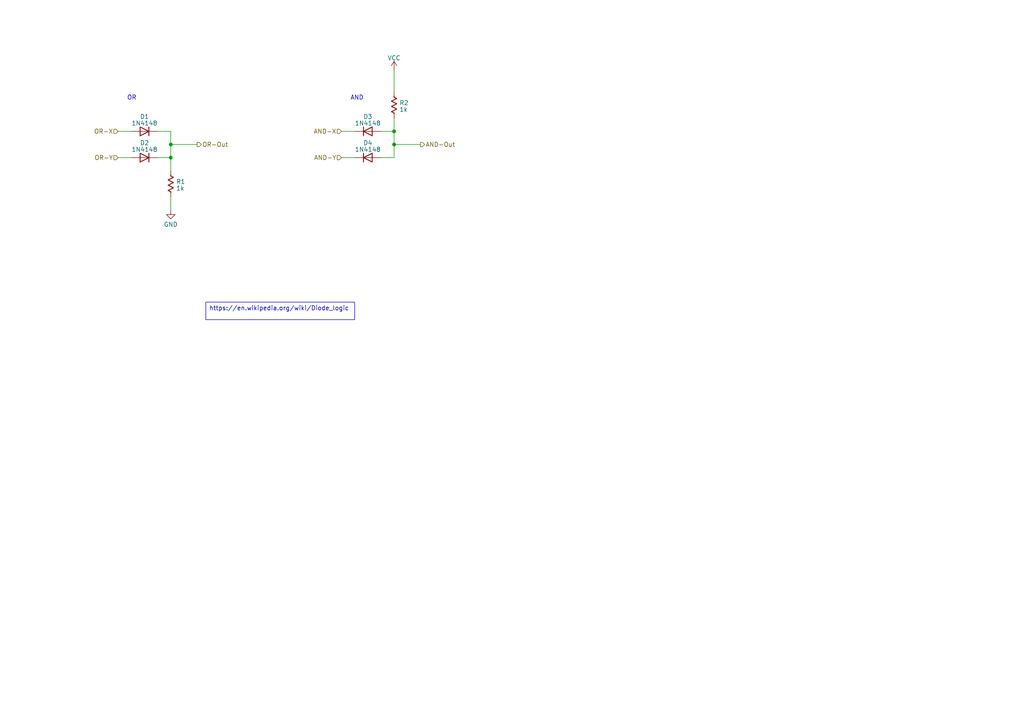
<source format=kicad_sch>
(kicad_sch (version 20230121) (generator eeschema)
  (paper "A4")
  (title_block (title "Diode Logic Gates") (date "2023-03-09") (rev "1") (company "Out-of-Band Development") (comment 1 "Matthew Whited") (comment 3 "https://en.wikipedia.org/wiki/Diode_logic"))
  (lib_symbols
    (symbol "Diode:1N4148" (pin_numbers hide) (pin_names hide)
      (property "Reference" "D" (at 0 2.54 0))
      (property "Value" "1N4148" (at 0 -2.54 0))
      (symbol "1N4148_0_1"
        (polyline (pts (xy -1.27 1.27) (xy -1.27 -1.27)) (stroke (width 0.254)))
        (polyline (pts (xy 1.27 0) (xy -1.27 0)))
        (polyline (pts (xy 1.27 1.27) (xy 1.27 -1.27) (xy -1.27 0) (xy 1.27 1.27)) (stroke (width 0.254)))
      )
      (symbol "1N4148_1_1"
        (pin passive line (at -3.81 0 0) (length 2.54) (name "K") (number "1"))
        (pin passive line (at 3.81 0 180) (length 2.54) (name "A") (number "2"))
      )
    )
    (symbol "PCM_Resistor_US_AKL:R_Box_L8.4mm_W2.5mm_P5.08mm" (pin_numbers hide) (pin_names (offset 0))
      (property "Reference" "R" (at 2.54 1.27 0))
      (property "Value" "R_Box_L8.4mm_W2.5mm_P5.08mm" (at 2.54 -1.27 0))
      (symbol "R_Box_L8.4mm_W2.5mm_P5.08mm_0_1"
        (polyline (pts (xy 0 -2.286) (xy 0 -2.54)) (stroke (width 0.254)))
        (polyline (pts (xy 0 2.286) (xy 0 2.54)) (stroke (width 0.254)))
        (polyline (pts (xy 0 2.286) (xy 0.762 1.905) (xy -0.762 1.143) (xy 0 0.762) (xy 0.762 0.381) (xy 0 0) (xy -0.762 -0.381) (xy 0 -0.762) (xy 0.762 -1.143) (xy 0 -1.524) (xy -0.762 -1.905) (xy 0 -2.286)) (stroke (width 0.254)))
      )
      (symbol "R_Box_L8.4mm_W2.5mm_P5.08mm_1_1"
        (pin passive line (at 0 3.81 270) (length 1.27) (name "~") (number "1"))
        (pin passive line (at 0 -3.81 90) (length 1.27) (name "~") (number "2"))
      )
    )
    (symbol "power:GND" (power) (pin_names (offset 0))
      (property "Value" "GND" (at 0 -3.81 0))
      (symbol "GND_0_1"
        (polyline (pts (xy 0 0) (xy 0 -1.27) (xy 1.27 -1.27) (xy 0 -2.54) (xy -1.27 -1.27) (xy 0 -1.27)))
      )
      (symbol "GND_1_1"
        (pin power_in line (at 0 0 270) (length 0) hide (name "GND") (number "1"))
      )
    )
    (symbol "power:VCC" (power) (pin_names (offset 0))
      (property "Value" "VCC" (at 0 3.81 0))
      (symbol "VCC_0_1"
        (polyline (pts (xy -0.762 1.27) (xy 0 2.54)))
        (polyline (pts (xy 0 0) (xy 0 2.54)))
        (polyline (pts (xy 0 2.54) (xy 0.762 1.27)))
      )
      (symbol "VCC_1_1"
        (pin power_in line (at 0 0 90) (length 0) hide (name "VCC") (number "1"))
      )
    )
  )
  (junction (at 49.53 45.72))
  (junction (at 114.3 38.1))
  (junction (at 49.53 41.91))
  (junction (at 114.3 41.91))
  (wire (pts (xy 49.53 45.72) (xy 49.53 41.91)))
  (wire (pts (xy 49.53 41.91) (xy 57.15 41.91)))
  (wire (pts (xy 110.49 45.72) (xy 114.3 45.72)))
  (wire (pts (xy 99.06 38.1) (xy 102.87 38.1)))
  (wire (pts (xy 34.29 45.72) (xy 38.1 45.72)))
  (wire (pts (xy 45.72 45.72) (xy 49.53 45.72)))
  (wire (pts (xy 114.3 20.32) (xy 114.3 26.67)))
  (wire (pts (xy 114.3 45.72) (xy 114.3 41.91)))
  (wire (pts (xy 114.3 41.91) (xy 121.92 41.91)))
  (wire (pts (xy 34.29 38.1) (xy 38.1 38.1)))
  (wire (pts (xy 49.53 57.15) (xy 49.53 60.96)))
  (wire (pts (xy 49.53 49.53) (xy 49.53 45.72)))
  (wire (pts (xy 49.53 38.1) (xy 45.72 38.1)))
  (wire (pts (xy 114.3 38.1) (xy 114.3 41.91)))
  (wire (pts (xy 114.3 34.29) (xy 114.3 38.1)))
  (wire (pts (xy 99.06 45.72) (xy 102.87 45.72)))
  (wire (pts (xy 49.53 41.91) (xy 49.53 38.1)))
  (wire (pts (xy 110.49 38.1) (xy 114.3 38.1)))
  (text_box "https://en.wikipedia.org/wiki/Diode_logic" (at 59.69 87.63 0) (size 43.18 5.08) (effects (font (size 1.27 1.27)) (justify left top)))
  (text "AND" (at 101.6 29.21 0) (effects (font (size 1.27 1.27)) (justify left bottom)))
  (text "OR" (at 36.83 29.21 0) (effects (font (size 1.27 1.27)) (justify left bottom)))
  (hierarchical_label "OR-X" (shape input) (at 34.29 38.1 180))
  (hierarchical_label "AND-Y" (shape input) (at 99.06 45.72 180))
  (hierarchical_label "AND-X" (shape input) (at 99.06 38.1 180))
  (hierarchical_label "OR-Y" (shape input) (at 34.29 45.72 180))
  (hierarchical_label "OR-Out" (shape output) (at 57.15 41.91 0))
  (hierarchical_label "AND-Out" (shape output) (at 121.92 41.91 0))
  (symbol (lib_id "Diode:1N4148") (at 106.68 38.1 0) (unit 1)
    (property "Reference" "D3" (at 106.68 33.8201 0))
    (property "Value" "1N4148" (at 106.68 35.7411 0))
    (property "Footprint" "Diode_THT:D_DO-35_SOD27_P7.62mm_Horizontal" (effects hide))
    (property "Datasheet" "https://assets.nexperia.com/documents/data-sheet/1N4148_1N4448.pdf" (effects hide))
    (property "Sim.Device" "D" (effects hide))
    (property "Sim.Pins" "1=K 2=A" (effects hide))
  )
  (symbol (lib_id "power:VCC") (at 114.3 20.32 0) (unit 1)
    (property "Reference" "#PWR02" (effects hide))
    (property "Value" "VCC" (at 114.3 16.8181 0))
  )
  (symbol (lib_id "Diode:1N4148") (at 41.91 38.1 180) (unit 1)
    (property "Reference" "D1" (at 41.91 33.8201 0))
    (property "Value" "1N4148" (at 41.91 35.7411 0))
    (property "Footprint" "Diode_THT:D_DO-35_SOD27_P7.62mm_Horizontal" (effects hide))
    (property "Datasheet" "https://assets.nexperia.com/documents/data-sheet/1N4148_1N4448.pdf" (effects hide))
    (property "Sim.Device" "D" (effects hide))
    (property "Sim.Pins" "1=K 2=A" (effects hide))
  )
  (symbol (lib_id "PCM_Resistor_US_AKL:R_Box_L8.4mm_W2.5mm_P5.08mm") (at 114.3 30.48 0) (unit 1)
    (property "Reference" "R2" (at 115.824 29.8363 0) (effects (justify left)))
    (property "Value" "1k" (at 115.824 31.7573 0) (effects (justify left)))
    (property "Footprint" "Resistor_THT:R_Axial_DIN0207_L6.3mm_D2.5mm_P10.16mm_Horizontal" (effects hide))
  )
  (symbol (lib_id "PCM_Resistor_US_AKL:R_Box_L8.4mm_W2.5mm_P5.08mm") (at 49.53 53.34 0) (unit 1)
    (property "Reference" "R1" (at 51.054 52.6963 0) (effects (justify left)))
    (property "Value" "1k" (at 51.054 54.6173 0) (effects (justify left)))
    (property "Footprint" "Resistor_THT:R_Axial_DIN0207_L6.3mm_D2.5mm_P10.16mm_Horizontal" (effects hide))
  )
  (symbol (lib_id "power:GND") (at 49.53 60.96 0) (unit 1)
    (property "Reference" "#PWR01" (effects hide))
    (property "Value" "GND" (at 49.53 65.0955 0))
  )
  (symbol (lib_id "Diode:1N4148") (at 106.68 45.72 0) (unit 1)
    (property "Reference" "D4" (at 106.68 41.4401 0))
    (property "Value" "1N4148" (at 106.68 43.3611 0))
    (property "Footprint" "Diode_THT:D_DO-35_SOD27_P7.62mm_Horizontal" (effects hide))
    (property "Datasheet" "https://assets.nexperia.com/documents/data-sheet/1N4148_1N4448.pdf" (effects hide))
    (property "Sim.Device" "D" (effects hide))
    (property "Sim.Pins" "1=K 2=A" (effects hide))
  )
  (symbol (lib_id "Diode:1N4148") (at 41.91 45.72 180) (unit 1)
    (property "Reference" "D2" (at 41.91 41.4401 0))
    (property "Value" "1N4148" (at 41.91 43.3611 0))
    (property "Footprint" "Diode_THT:D_DO-35_SOD27_P7.62mm_Horizontal" (effects hide))
    (property "Datasheet" "https://assets.nexperia.com/documents/data-sheet/1N4148_1N4448.pdf" (effects hide))
    (property "Sim.Device" "D" (effects hide))
    (property "Sim.Pins" "1=K 2=A" (effects hide))
  )
)
</source>
